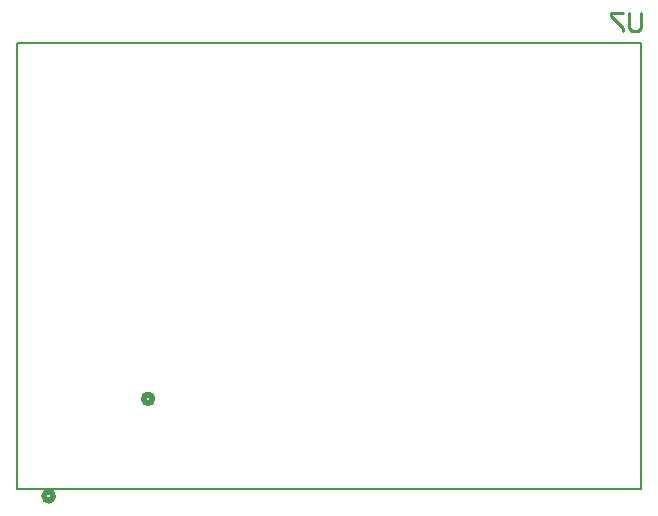
<source format=gbr>
%TF.GenerationSoftware,Altium Limited,Altium Designer,23.6.0 (18)*%
G04 Layer_Color=32896*
%FSLAX45Y45*%
%MOMM*%
%TF.SameCoordinates,DCE0C1D5-9975-4D98-BEBD-45AE40CD8FD9*%
%TF.FilePolarity,Positive*%
%TF.FileFunction,Legend,Bot*%
%TF.Part,Single*%
G01*
G75*
%TA.AperFunction,NonConductor*%
%ADD44C,0.50800*%
%ADD48C,0.15240*%
%ADD50C,0.25400*%
D44*
X2885440Y2510790D02*
G03*
X2885440Y2510790I-38100J0D01*
G01*
X3726841Y3334840D02*
G03*
X3726841Y3334840I-38100J0D01*
G01*
D48*
X2575560Y2574290D02*
X7863840D01*
Y6348730D01*
X2575560D02*
X7863840D01*
X2575560Y2574290D02*
Y6348730D01*
D50*
X7858760Y6598871D02*
Y6471912D01*
X7833368Y6446520D01*
X7782585D01*
X7757193Y6471912D01*
Y6598871D01*
X7706409D02*
X7604842D01*
Y6573479D01*
X7706409Y6471912D01*
Y6446520D01*
%TF.MD5,e8fd6abe6613a45cef3a2430dcd02e78*%
M02*

</source>
